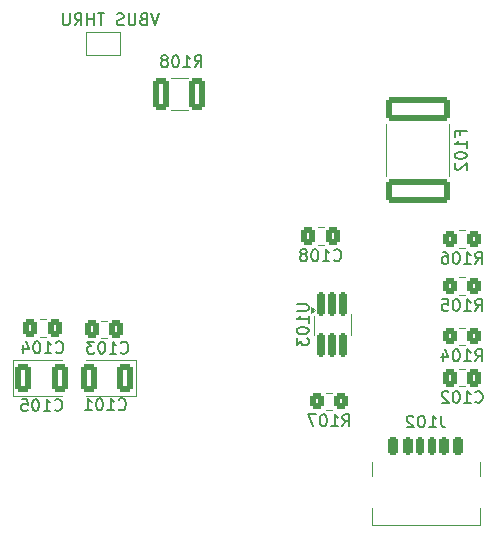
<source format=gbr>
%TF.GenerationSoftware,KiCad,Pcbnew,8.0.8*%
%TF.CreationDate,2025-08-11T02:01:29+09:00*%
%TF.ProjectId,20250811-7seg-led-panel-power,32303235-3038-4313-912d-377365672d6c,rev?*%
%TF.SameCoordinates,Original*%
%TF.FileFunction,Legend,Bot*%
%TF.FilePolarity,Positive*%
%FSLAX46Y46*%
G04 Gerber Fmt 4.6, Leading zero omitted, Abs format (unit mm)*
G04 Created by KiCad (PCBNEW 8.0.8) date 2025-08-11 02:01:29*
%MOMM*%
%LPD*%
G01*
G04 APERTURE LIST*
G04 Aperture macros list*
%AMRoundRect*
0 Rectangle with rounded corners*
0 $1 Rounding radius*
0 $2 $3 $4 $5 $6 $7 $8 $9 X,Y pos of 4 corners*
0 Add a 4 corners polygon primitive as box body*
4,1,4,$2,$3,$4,$5,$6,$7,$8,$9,$2,$3,0*
0 Add four circle primitives for the rounded corners*
1,1,$1+$1,$2,$3*
1,1,$1+$1,$4,$5*
1,1,$1+$1,$6,$7*
1,1,$1+$1,$8,$9*
0 Add four rect primitives between the rounded corners*
20,1,$1+$1,$2,$3,$4,$5,0*
20,1,$1+$1,$4,$5,$6,$7,0*
20,1,$1+$1,$6,$7,$8,$9,0*
20,1,$1+$1,$8,$9,$2,$3,0*%
%AMFreePoly0*
4,1,6,1.000000,0.000000,0.500000,-0.750000,-0.500000,-0.750000,-0.500000,0.750000,0.500000,0.750000,1.000000,0.000000,1.000000,0.000000,$1*%
%AMFreePoly1*
4,1,6,0.500000,-0.750000,-0.650000,-0.750000,-0.150000,0.000000,-0.650000,0.750000,0.500000,0.750000,0.500000,-0.750000,0.500000,-0.750000,$1*%
G04 Aperture macros list end*
%ADD10C,0.150000*%
%ADD11C,0.120000*%
%ADD12O,1.000000X1.700000*%
%ADD13RoundRect,0.225000X0.225000X0.575000X-0.225000X0.575000X-0.225000X-0.575000X0.225000X-0.575000X0*%
%ADD14RoundRect,0.200000X0.200000X0.600000X-0.200000X0.600000X-0.200000X-0.600000X0.200000X-0.600000X0*%
%ADD15RoundRect,0.175000X0.175000X0.625000X-0.175000X0.625000X-0.175000X-0.625000X0.175000X-0.625000X0*%
%ADD16RoundRect,0.162500X-0.162500X0.837500X-0.162500X-0.837500X0.162500X-0.837500X0.162500X0.837500X0*%
%ADD17RoundRect,0.250000X0.400000X1.075000X-0.400000X1.075000X-0.400000X-1.075000X0.400000X-1.075000X0*%
%ADD18RoundRect,0.250000X-0.350000X-0.450000X0.350000X-0.450000X0.350000X0.450000X-0.350000X0.450000X0*%
%ADD19RoundRect,0.250001X2.474999X-0.799999X2.474999X0.799999X-2.474999X0.799999X-2.474999X-0.799999X0*%
%ADD20RoundRect,0.250000X-0.337500X-0.475000X0.337500X-0.475000X0.337500X0.475000X-0.337500X0.475000X0*%
%ADD21R,1.905000X2.000000*%
%ADD22O,1.905000X2.000000*%
%ADD23C,5.600000*%
%ADD24C,3.200000*%
%ADD25RoundRect,0.250000X0.337500X0.475000X-0.337500X0.475000X-0.337500X-0.475000X0.337500X-0.475000X0*%
%ADD26FreePoly0,180.000000*%
%ADD27FreePoly1,180.000000*%
%ADD28RoundRect,0.250000X-0.412500X-0.925000X0.412500X-0.925000X0.412500X0.925000X-0.412500X0.925000X0*%
%ADD29RoundRect,0.250000X0.412500X0.925000X-0.412500X0.925000X-0.412500X-0.925000X0.412500X-0.925000X0*%
G04 APERTURE END LIST*
D10*
X145265714Y-91104819D02*
X145265714Y-91819104D01*
X145265714Y-91819104D02*
X145313333Y-91961961D01*
X145313333Y-91961961D02*
X145408571Y-92057200D01*
X145408571Y-92057200D02*
X145551428Y-92104819D01*
X145551428Y-92104819D02*
X145646666Y-92104819D01*
X144265714Y-92104819D02*
X144837142Y-92104819D01*
X144551428Y-92104819D02*
X144551428Y-91104819D01*
X144551428Y-91104819D02*
X144646666Y-91247676D01*
X144646666Y-91247676D02*
X144741904Y-91342914D01*
X144741904Y-91342914D02*
X144837142Y-91390533D01*
X143646666Y-91104819D02*
X143551428Y-91104819D01*
X143551428Y-91104819D02*
X143456190Y-91152438D01*
X143456190Y-91152438D02*
X143408571Y-91200057D01*
X143408571Y-91200057D02*
X143360952Y-91295295D01*
X143360952Y-91295295D02*
X143313333Y-91485771D01*
X143313333Y-91485771D02*
X143313333Y-91723866D01*
X143313333Y-91723866D02*
X143360952Y-91914342D01*
X143360952Y-91914342D02*
X143408571Y-92009580D01*
X143408571Y-92009580D02*
X143456190Y-92057200D01*
X143456190Y-92057200D02*
X143551428Y-92104819D01*
X143551428Y-92104819D02*
X143646666Y-92104819D01*
X143646666Y-92104819D02*
X143741904Y-92057200D01*
X143741904Y-92057200D02*
X143789523Y-92009580D01*
X143789523Y-92009580D02*
X143837142Y-91914342D01*
X143837142Y-91914342D02*
X143884761Y-91723866D01*
X143884761Y-91723866D02*
X143884761Y-91485771D01*
X143884761Y-91485771D02*
X143837142Y-91295295D01*
X143837142Y-91295295D02*
X143789523Y-91200057D01*
X143789523Y-91200057D02*
X143741904Y-91152438D01*
X143741904Y-91152438D02*
X143646666Y-91104819D01*
X142932380Y-91200057D02*
X142884761Y-91152438D01*
X142884761Y-91152438D02*
X142789523Y-91104819D01*
X142789523Y-91104819D02*
X142551428Y-91104819D01*
X142551428Y-91104819D02*
X142456190Y-91152438D01*
X142456190Y-91152438D02*
X142408571Y-91200057D01*
X142408571Y-91200057D02*
X142360952Y-91295295D01*
X142360952Y-91295295D02*
X142360952Y-91390533D01*
X142360952Y-91390533D02*
X142408571Y-91533390D01*
X142408571Y-91533390D02*
X142979999Y-92104819D01*
X142979999Y-92104819D02*
X142360952Y-92104819D01*
X133054819Y-81685714D02*
X133864342Y-81685714D01*
X133864342Y-81685714D02*
X133959580Y-81733333D01*
X133959580Y-81733333D02*
X134007200Y-81780952D01*
X134007200Y-81780952D02*
X134054819Y-81876190D01*
X134054819Y-81876190D02*
X134054819Y-82066666D01*
X134054819Y-82066666D02*
X134007200Y-82161904D01*
X134007200Y-82161904D02*
X133959580Y-82209523D01*
X133959580Y-82209523D02*
X133864342Y-82257142D01*
X133864342Y-82257142D02*
X133054819Y-82257142D01*
X134054819Y-83257142D02*
X134054819Y-82685714D01*
X134054819Y-82971428D02*
X133054819Y-82971428D01*
X133054819Y-82971428D02*
X133197676Y-82876190D01*
X133197676Y-82876190D02*
X133292914Y-82780952D01*
X133292914Y-82780952D02*
X133340533Y-82685714D01*
X133054819Y-83876190D02*
X133054819Y-83971428D01*
X133054819Y-83971428D02*
X133102438Y-84066666D01*
X133102438Y-84066666D02*
X133150057Y-84114285D01*
X133150057Y-84114285D02*
X133245295Y-84161904D01*
X133245295Y-84161904D02*
X133435771Y-84209523D01*
X133435771Y-84209523D02*
X133673866Y-84209523D01*
X133673866Y-84209523D02*
X133864342Y-84161904D01*
X133864342Y-84161904D02*
X133959580Y-84114285D01*
X133959580Y-84114285D02*
X134007200Y-84066666D01*
X134007200Y-84066666D02*
X134054819Y-83971428D01*
X134054819Y-83971428D02*
X134054819Y-83876190D01*
X134054819Y-83876190D02*
X134007200Y-83780952D01*
X134007200Y-83780952D02*
X133959580Y-83733333D01*
X133959580Y-83733333D02*
X133864342Y-83685714D01*
X133864342Y-83685714D02*
X133673866Y-83638095D01*
X133673866Y-83638095D02*
X133435771Y-83638095D01*
X133435771Y-83638095D02*
X133245295Y-83685714D01*
X133245295Y-83685714D02*
X133150057Y-83733333D01*
X133150057Y-83733333D02*
X133102438Y-83780952D01*
X133102438Y-83780952D02*
X133054819Y-83876190D01*
X133054819Y-84542857D02*
X133054819Y-85161904D01*
X133054819Y-85161904D02*
X133435771Y-84828571D01*
X133435771Y-84828571D02*
X133435771Y-84971428D01*
X133435771Y-84971428D02*
X133483390Y-85066666D01*
X133483390Y-85066666D02*
X133531009Y-85114285D01*
X133531009Y-85114285D02*
X133626247Y-85161904D01*
X133626247Y-85161904D02*
X133864342Y-85161904D01*
X133864342Y-85161904D02*
X133959580Y-85114285D01*
X133959580Y-85114285D02*
X134007200Y-85066666D01*
X134007200Y-85066666D02*
X134054819Y-84971428D01*
X134054819Y-84971428D02*
X134054819Y-84685714D01*
X134054819Y-84685714D02*
X134007200Y-84590476D01*
X134007200Y-84590476D02*
X133959580Y-84542857D01*
X124419047Y-61604819D02*
X124752380Y-61128628D01*
X124990475Y-61604819D02*
X124990475Y-60604819D01*
X124990475Y-60604819D02*
X124609523Y-60604819D01*
X124609523Y-60604819D02*
X124514285Y-60652438D01*
X124514285Y-60652438D02*
X124466666Y-60700057D01*
X124466666Y-60700057D02*
X124419047Y-60795295D01*
X124419047Y-60795295D02*
X124419047Y-60938152D01*
X124419047Y-60938152D02*
X124466666Y-61033390D01*
X124466666Y-61033390D02*
X124514285Y-61081009D01*
X124514285Y-61081009D02*
X124609523Y-61128628D01*
X124609523Y-61128628D02*
X124990475Y-61128628D01*
X123466666Y-61604819D02*
X124038094Y-61604819D01*
X123752380Y-61604819D02*
X123752380Y-60604819D01*
X123752380Y-60604819D02*
X123847618Y-60747676D01*
X123847618Y-60747676D02*
X123942856Y-60842914D01*
X123942856Y-60842914D02*
X124038094Y-60890533D01*
X122847618Y-60604819D02*
X122752380Y-60604819D01*
X122752380Y-60604819D02*
X122657142Y-60652438D01*
X122657142Y-60652438D02*
X122609523Y-60700057D01*
X122609523Y-60700057D02*
X122561904Y-60795295D01*
X122561904Y-60795295D02*
X122514285Y-60985771D01*
X122514285Y-60985771D02*
X122514285Y-61223866D01*
X122514285Y-61223866D02*
X122561904Y-61414342D01*
X122561904Y-61414342D02*
X122609523Y-61509580D01*
X122609523Y-61509580D02*
X122657142Y-61557200D01*
X122657142Y-61557200D02*
X122752380Y-61604819D01*
X122752380Y-61604819D02*
X122847618Y-61604819D01*
X122847618Y-61604819D02*
X122942856Y-61557200D01*
X122942856Y-61557200D02*
X122990475Y-61509580D01*
X122990475Y-61509580D02*
X123038094Y-61414342D01*
X123038094Y-61414342D02*
X123085713Y-61223866D01*
X123085713Y-61223866D02*
X123085713Y-60985771D01*
X123085713Y-60985771D02*
X123038094Y-60795295D01*
X123038094Y-60795295D02*
X122990475Y-60700057D01*
X122990475Y-60700057D02*
X122942856Y-60652438D01*
X122942856Y-60652438D02*
X122847618Y-60604819D01*
X121942856Y-61033390D02*
X122038094Y-60985771D01*
X122038094Y-60985771D02*
X122085713Y-60938152D01*
X122085713Y-60938152D02*
X122133332Y-60842914D01*
X122133332Y-60842914D02*
X122133332Y-60795295D01*
X122133332Y-60795295D02*
X122085713Y-60700057D01*
X122085713Y-60700057D02*
X122038094Y-60652438D01*
X122038094Y-60652438D02*
X121942856Y-60604819D01*
X121942856Y-60604819D02*
X121752380Y-60604819D01*
X121752380Y-60604819D02*
X121657142Y-60652438D01*
X121657142Y-60652438D02*
X121609523Y-60700057D01*
X121609523Y-60700057D02*
X121561904Y-60795295D01*
X121561904Y-60795295D02*
X121561904Y-60842914D01*
X121561904Y-60842914D02*
X121609523Y-60938152D01*
X121609523Y-60938152D02*
X121657142Y-60985771D01*
X121657142Y-60985771D02*
X121752380Y-61033390D01*
X121752380Y-61033390D02*
X121942856Y-61033390D01*
X121942856Y-61033390D02*
X122038094Y-61081009D01*
X122038094Y-61081009D02*
X122085713Y-61128628D01*
X122085713Y-61128628D02*
X122133332Y-61223866D01*
X122133332Y-61223866D02*
X122133332Y-61414342D01*
X122133332Y-61414342D02*
X122085713Y-61509580D01*
X122085713Y-61509580D02*
X122038094Y-61557200D01*
X122038094Y-61557200D02*
X121942856Y-61604819D01*
X121942856Y-61604819D02*
X121752380Y-61604819D01*
X121752380Y-61604819D02*
X121657142Y-61557200D01*
X121657142Y-61557200D02*
X121609523Y-61509580D01*
X121609523Y-61509580D02*
X121561904Y-61414342D01*
X121561904Y-61414342D02*
X121561904Y-61223866D01*
X121561904Y-61223866D02*
X121609523Y-61128628D01*
X121609523Y-61128628D02*
X121657142Y-61081009D01*
X121657142Y-61081009D02*
X121752380Y-61033390D01*
X136919047Y-92004819D02*
X137252380Y-91528628D01*
X137490475Y-92004819D02*
X137490475Y-91004819D01*
X137490475Y-91004819D02*
X137109523Y-91004819D01*
X137109523Y-91004819D02*
X137014285Y-91052438D01*
X137014285Y-91052438D02*
X136966666Y-91100057D01*
X136966666Y-91100057D02*
X136919047Y-91195295D01*
X136919047Y-91195295D02*
X136919047Y-91338152D01*
X136919047Y-91338152D02*
X136966666Y-91433390D01*
X136966666Y-91433390D02*
X137014285Y-91481009D01*
X137014285Y-91481009D02*
X137109523Y-91528628D01*
X137109523Y-91528628D02*
X137490475Y-91528628D01*
X135966666Y-92004819D02*
X136538094Y-92004819D01*
X136252380Y-92004819D02*
X136252380Y-91004819D01*
X136252380Y-91004819D02*
X136347618Y-91147676D01*
X136347618Y-91147676D02*
X136442856Y-91242914D01*
X136442856Y-91242914D02*
X136538094Y-91290533D01*
X135347618Y-91004819D02*
X135252380Y-91004819D01*
X135252380Y-91004819D02*
X135157142Y-91052438D01*
X135157142Y-91052438D02*
X135109523Y-91100057D01*
X135109523Y-91100057D02*
X135061904Y-91195295D01*
X135061904Y-91195295D02*
X135014285Y-91385771D01*
X135014285Y-91385771D02*
X135014285Y-91623866D01*
X135014285Y-91623866D02*
X135061904Y-91814342D01*
X135061904Y-91814342D02*
X135109523Y-91909580D01*
X135109523Y-91909580D02*
X135157142Y-91957200D01*
X135157142Y-91957200D02*
X135252380Y-92004819D01*
X135252380Y-92004819D02*
X135347618Y-92004819D01*
X135347618Y-92004819D02*
X135442856Y-91957200D01*
X135442856Y-91957200D02*
X135490475Y-91909580D01*
X135490475Y-91909580D02*
X135538094Y-91814342D01*
X135538094Y-91814342D02*
X135585713Y-91623866D01*
X135585713Y-91623866D02*
X135585713Y-91385771D01*
X135585713Y-91385771D02*
X135538094Y-91195295D01*
X135538094Y-91195295D02*
X135490475Y-91100057D01*
X135490475Y-91100057D02*
X135442856Y-91052438D01*
X135442856Y-91052438D02*
X135347618Y-91004819D01*
X134680951Y-91004819D02*
X134014285Y-91004819D01*
X134014285Y-91004819D02*
X134442856Y-92004819D01*
X148169047Y-78254819D02*
X148502380Y-77778628D01*
X148740475Y-78254819D02*
X148740475Y-77254819D01*
X148740475Y-77254819D02*
X148359523Y-77254819D01*
X148359523Y-77254819D02*
X148264285Y-77302438D01*
X148264285Y-77302438D02*
X148216666Y-77350057D01*
X148216666Y-77350057D02*
X148169047Y-77445295D01*
X148169047Y-77445295D02*
X148169047Y-77588152D01*
X148169047Y-77588152D02*
X148216666Y-77683390D01*
X148216666Y-77683390D02*
X148264285Y-77731009D01*
X148264285Y-77731009D02*
X148359523Y-77778628D01*
X148359523Y-77778628D02*
X148740475Y-77778628D01*
X147216666Y-78254819D02*
X147788094Y-78254819D01*
X147502380Y-78254819D02*
X147502380Y-77254819D01*
X147502380Y-77254819D02*
X147597618Y-77397676D01*
X147597618Y-77397676D02*
X147692856Y-77492914D01*
X147692856Y-77492914D02*
X147788094Y-77540533D01*
X146597618Y-77254819D02*
X146502380Y-77254819D01*
X146502380Y-77254819D02*
X146407142Y-77302438D01*
X146407142Y-77302438D02*
X146359523Y-77350057D01*
X146359523Y-77350057D02*
X146311904Y-77445295D01*
X146311904Y-77445295D02*
X146264285Y-77635771D01*
X146264285Y-77635771D02*
X146264285Y-77873866D01*
X146264285Y-77873866D02*
X146311904Y-78064342D01*
X146311904Y-78064342D02*
X146359523Y-78159580D01*
X146359523Y-78159580D02*
X146407142Y-78207200D01*
X146407142Y-78207200D02*
X146502380Y-78254819D01*
X146502380Y-78254819D02*
X146597618Y-78254819D01*
X146597618Y-78254819D02*
X146692856Y-78207200D01*
X146692856Y-78207200D02*
X146740475Y-78159580D01*
X146740475Y-78159580D02*
X146788094Y-78064342D01*
X146788094Y-78064342D02*
X146835713Y-77873866D01*
X146835713Y-77873866D02*
X146835713Y-77635771D01*
X146835713Y-77635771D02*
X146788094Y-77445295D01*
X146788094Y-77445295D02*
X146740475Y-77350057D01*
X146740475Y-77350057D02*
X146692856Y-77302438D01*
X146692856Y-77302438D02*
X146597618Y-77254819D01*
X145407142Y-77254819D02*
X145597618Y-77254819D01*
X145597618Y-77254819D02*
X145692856Y-77302438D01*
X145692856Y-77302438D02*
X145740475Y-77350057D01*
X145740475Y-77350057D02*
X145835713Y-77492914D01*
X145835713Y-77492914D02*
X145883332Y-77683390D01*
X145883332Y-77683390D02*
X145883332Y-78064342D01*
X145883332Y-78064342D02*
X145835713Y-78159580D01*
X145835713Y-78159580D02*
X145788094Y-78207200D01*
X145788094Y-78207200D02*
X145692856Y-78254819D01*
X145692856Y-78254819D02*
X145502380Y-78254819D01*
X145502380Y-78254819D02*
X145407142Y-78207200D01*
X145407142Y-78207200D02*
X145359523Y-78159580D01*
X145359523Y-78159580D02*
X145311904Y-78064342D01*
X145311904Y-78064342D02*
X145311904Y-77826247D01*
X145311904Y-77826247D02*
X145359523Y-77731009D01*
X145359523Y-77731009D02*
X145407142Y-77683390D01*
X145407142Y-77683390D02*
X145502380Y-77635771D01*
X145502380Y-77635771D02*
X145692856Y-77635771D01*
X145692856Y-77635771D02*
X145788094Y-77683390D01*
X145788094Y-77683390D02*
X145835713Y-77731009D01*
X145835713Y-77731009D02*
X145883332Y-77826247D01*
X148169047Y-82254819D02*
X148502380Y-81778628D01*
X148740475Y-82254819D02*
X148740475Y-81254819D01*
X148740475Y-81254819D02*
X148359523Y-81254819D01*
X148359523Y-81254819D02*
X148264285Y-81302438D01*
X148264285Y-81302438D02*
X148216666Y-81350057D01*
X148216666Y-81350057D02*
X148169047Y-81445295D01*
X148169047Y-81445295D02*
X148169047Y-81588152D01*
X148169047Y-81588152D02*
X148216666Y-81683390D01*
X148216666Y-81683390D02*
X148264285Y-81731009D01*
X148264285Y-81731009D02*
X148359523Y-81778628D01*
X148359523Y-81778628D02*
X148740475Y-81778628D01*
X147216666Y-82254819D02*
X147788094Y-82254819D01*
X147502380Y-82254819D02*
X147502380Y-81254819D01*
X147502380Y-81254819D02*
X147597618Y-81397676D01*
X147597618Y-81397676D02*
X147692856Y-81492914D01*
X147692856Y-81492914D02*
X147788094Y-81540533D01*
X146597618Y-81254819D02*
X146502380Y-81254819D01*
X146502380Y-81254819D02*
X146407142Y-81302438D01*
X146407142Y-81302438D02*
X146359523Y-81350057D01*
X146359523Y-81350057D02*
X146311904Y-81445295D01*
X146311904Y-81445295D02*
X146264285Y-81635771D01*
X146264285Y-81635771D02*
X146264285Y-81873866D01*
X146264285Y-81873866D02*
X146311904Y-82064342D01*
X146311904Y-82064342D02*
X146359523Y-82159580D01*
X146359523Y-82159580D02*
X146407142Y-82207200D01*
X146407142Y-82207200D02*
X146502380Y-82254819D01*
X146502380Y-82254819D02*
X146597618Y-82254819D01*
X146597618Y-82254819D02*
X146692856Y-82207200D01*
X146692856Y-82207200D02*
X146740475Y-82159580D01*
X146740475Y-82159580D02*
X146788094Y-82064342D01*
X146788094Y-82064342D02*
X146835713Y-81873866D01*
X146835713Y-81873866D02*
X146835713Y-81635771D01*
X146835713Y-81635771D02*
X146788094Y-81445295D01*
X146788094Y-81445295D02*
X146740475Y-81350057D01*
X146740475Y-81350057D02*
X146692856Y-81302438D01*
X146692856Y-81302438D02*
X146597618Y-81254819D01*
X145359523Y-81254819D02*
X145835713Y-81254819D01*
X145835713Y-81254819D02*
X145883332Y-81731009D01*
X145883332Y-81731009D02*
X145835713Y-81683390D01*
X145835713Y-81683390D02*
X145740475Y-81635771D01*
X145740475Y-81635771D02*
X145502380Y-81635771D01*
X145502380Y-81635771D02*
X145407142Y-81683390D01*
X145407142Y-81683390D02*
X145359523Y-81731009D01*
X145359523Y-81731009D02*
X145311904Y-81826247D01*
X145311904Y-81826247D02*
X145311904Y-82064342D01*
X145311904Y-82064342D02*
X145359523Y-82159580D01*
X145359523Y-82159580D02*
X145407142Y-82207200D01*
X145407142Y-82207200D02*
X145502380Y-82254819D01*
X145502380Y-82254819D02*
X145740475Y-82254819D01*
X145740475Y-82254819D02*
X145835713Y-82207200D01*
X145835713Y-82207200D02*
X145883332Y-82159580D01*
X148169047Y-86504819D02*
X148502380Y-86028628D01*
X148740475Y-86504819D02*
X148740475Y-85504819D01*
X148740475Y-85504819D02*
X148359523Y-85504819D01*
X148359523Y-85504819D02*
X148264285Y-85552438D01*
X148264285Y-85552438D02*
X148216666Y-85600057D01*
X148216666Y-85600057D02*
X148169047Y-85695295D01*
X148169047Y-85695295D02*
X148169047Y-85838152D01*
X148169047Y-85838152D02*
X148216666Y-85933390D01*
X148216666Y-85933390D02*
X148264285Y-85981009D01*
X148264285Y-85981009D02*
X148359523Y-86028628D01*
X148359523Y-86028628D02*
X148740475Y-86028628D01*
X147216666Y-86504819D02*
X147788094Y-86504819D01*
X147502380Y-86504819D02*
X147502380Y-85504819D01*
X147502380Y-85504819D02*
X147597618Y-85647676D01*
X147597618Y-85647676D02*
X147692856Y-85742914D01*
X147692856Y-85742914D02*
X147788094Y-85790533D01*
X146597618Y-85504819D02*
X146502380Y-85504819D01*
X146502380Y-85504819D02*
X146407142Y-85552438D01*
X146407142Y-85552438D02*
X146359523Y-85600057D01*
X146359523Y-85600057D02*
X146311904Y-85695295D01*
X146311904Y-85695295D02*
X146264285Y-85885771D01*
X146264285Y-85885771D02*
X146264285Y-86123866D01*
X146264285Y-86123866D02*
X146311904Y-86314342D01*
X146311904Y-86314342D02*
X146359523Y-86409580D01*
X146359523Y-86409580D02*
X146407142Y-86457200D01*
X146407142Y-86457200D02*
X146502380Y-86504819D01*
X146502380Y-86504819D02*
X146597618Y-86504819D01*
X146597618Y-86504819D02*
X146692856Y-86457200D01*
X146692856Y-86457200D02*
X146740475Y-86409580D01*
X146740475Y-86409580D02*
X146788094Y-86314342D01*
X146788094Y-86314342D02*
X146835713Y-86123866D01*
X146835713Y-86123866D02*
X146835713Y-85885771D01*
X146835713Y-85885771D02*
X146788094Y-85695295D01*
X146788094Y-85695295D02*
X146740475Y-85600057D01*
X146740475Y-85600057D02*
X146692856Y-85552438D01*
X146692856Y-85552438D02*
X146597618Y-85504819D01*
X145407142Y-85838152D02*
X145407142Y-86504819D01*
X145645237Y-85457200D02*
X145883332Y-86171485D01*
X145883332Y-86171485D02*
X145264285Y-86171485D01*
X146911009Y-67364285D02*
X146911009Y-67030952D01*
X147434819Y-67030952D02*
X146434819Y-67030952D01*
X146434819Y-67030952D02*
X146434819Y-67507142D01*
X147434819Y-68411904D02*
X147434819Y-67840476D01*
X147434819Y-68126190D02*
X146434819Y-68126190D01*
X146434819Y-68126190D02*
X146577676Y-68030952D01*
X146577676Y-68030952D02*
X146672914Y-67935714D01*
X146672914Y-67935714D02*
X146720533Y-67840476D01*
X146434819Y-69030952D02*
X146434819Y-69126190D01*
X146434819Y-69126190D02*
X146482438Y-69221428D01*
X146482438Y-69221428D02*
X146530057Y-69269047D01*
X146530057Y-69269047D02*
X146625295Y-69316666D01*
X146625295Y-69316666D02*
X146815771Y-69364285D01*
X146815771Y-69364285D02*
X147053866Y-69364285D01*
X147053866Y-69364285D02*
X147244342Y-69316666D01*
X147244342Y-69316666D02*
X147339580Y-69269047D01*
X147339580Y-69269047D02*
X147387200Y-69221428D01*
X147387200Y-69221428D02*
X147434819Y-69126190D01*
X147434819Y-69126190D02*
X147434819Y-69030952D01*
X147434819Y-69030952D02*
X147387200Y-68935714D01*
X147387200Y-68935714D02*
X147339580Y-68888095D01*
X147339580Y-68888095D02*
X147244342Y-68840476D01*
X147244342Y-68840476D02*
X147053866Y-68792857D01*
X147053866Y-68792857D02*
X146815771Y-68792857D01*
X146815771Y-68792857D02*
X146625295Y-68840476D01*
X146625295Y-68840476D02*
X146530057Y-68888095D01*
X146530057Y-68888095D02*
X146482438Y-68935714D01*
X146482438Y-68935714D02*
X146434819Y-69030952D01*
X146530057Y-69745238D02*
X146482438Y-69792857D01*
X146482438Y-69792857D02*
X146434819Y-69888095D01*
X146434819Y-69888095D02*
X146434819Y-70126190D01*
X146434819Y-70126190D02*
X146482438Y-70221428D01*
X146482438Y-70221428D02*
X146530057Y-70269047D01*
X146530057Y-70269047D02*
X146625295Y-70316666D01*
X146625295Y-70316666D02*
X146720533Y-70316666D01*
X146720533Y-70316666D02*
X146863390Y-70269047D01*
X146863390Y-70269047D02*
X147434819Y-69697619D01*
X147434819Y-69697619D02*
X147434819Y-70316666D01*
X136206547Y-77939580D02*
X136254166Y-77987200D01*
X136254166Y-77987200D02*
X136397023Y-78034819D01*
X136397023Y-78034819D02*
X136492261Y-78034819D01*
X136492261Y-78034819D02*
X136635118Y-77987200D01*
X136635118Y-77987200D02*
X136730356Y-77891961D01*
X136730356Y-77891961D02*
X136777975Y-77796723D01*
X136777975Y-77796723D02*
X136825594Y-77606247D01*
X136825594Y-77606247D02*
X136825594Y-77463390D01*
X136825594Y-77463390D02*
X136777975Y-77272914D01*
X136777975Y-77272914D02*
X136730356Y-77177676D01*
X136730356Y-77177676D02*
X136635118Y-77082438D01*
X136635118Y-77082438D02*
X136492261Y-77034819D01*
X136492261Y-77034819D02*
X136397023Y-77034819D01*
X136397023Y-77034819D02*
X136254166Y-77082438D01*
X136254166Y-77082438D02*
X136206547Y-77130057D01*
X135254166Y-78034819D02*
X135825594Y-78034819D01*
X135539880Y-78034819D02*
X135539880Y-77034819D01*
X135539880Y-77034819D02*
X135635118Y-77177676D01*
X135635118Y-77177676D02*
X135730356Y-77272914D01*
X135730356Y-77272914D02*
X135825594Y-77320533D01*
X134635118Y-77034819D02*
X134539880Y-77034819D01*
X134539880Y-77034819D02*
X134444642Y-77082438D01*
X134444642Y-77082438D02*
X134397023Y-77130057D01*
X134397023Y-77130057D02*
X134349404Y-77225295D01*
X134349404Y-77225295D02*
X134301785Y-77415771D01*
X134301785Y-77415771D02*
X134301785Y-77653866D01*
X134301785Y-77653866D02*
X134349404Y-77844342D01*
X134349404Y-77844342D02*
X134397023Y-77939580D01*
X134397023Y-77939580D02*
X134444642Y-77987200D01*
X134444642Y-77987200D02*
X134539880Y-78034819D01*
X134539880Y-78034819D02*
X134635118Y-78034819D01*
X134635118Y-78034819D02*
X134730356Y-77987200D01*
X134730356Y-77987200D02*
X134777975Y-77939580D01*
X134777975Y-77939580D02*
X134825594Y-77844342D01*
X134825594Y-77844342D02*
X134873213Y-77653866D01*
X134873213Y-77653866D02*
X134873213Y-77415771D01*
X134873213Y-77415771D02*
X134825594Y-77225295D01*
X134825594Y-77225295D02*
X134777975Y-77130057D01*
X134777975Y-77130057D02*
X134730356Y-77082438D01*
X134730356Y-77082438D02*
X134635118Y-77034819D01*
X133730356Y-77463390D02*
X133825594Y-77415771D01*
X133825594Y-77415771D02*
X133873213Y-77368152D01*
X133873213Y-77368152D02*
X133920832Y-77272914D01*
X133920832Y-77272914D02*
X133920832Y-77225295D01*
X133920832Y-77225295D02*
X133873213Y-77130057D01*
X133873213Y-77130057D02*
X133825594Y-77082438D01*
X133825594Y-77082438D02*
X133730356Y-77034819D01*
X133730356Y-77034819D02*
X133539880Y-77034819D01*
X133539880Y-77034819D02*
X133444642Y-77082438D01*
X133444642Y-77082438D02*
X133397023Y-77130057D01*
X133397023Y-77130057D02*
X133349404Y-77225295D01*
X133349404Y-77225295D02*
X133349404Y-77272914D01*
X133349404Y-77272914D02*
X133397023Y-77368152D01*
X133397023Y-77368152D02*
X133444642Y-77415771D01*
X133444642Y-77415771D02*
X133539880Y-77463390D01*
X133539880Y-77463390D02*
X133730356Y-77463390D01*
X133730356Y-77463390D02*
X133825594Y-77511009D01*
X133825594Y-77511009D02*
X133873213Y-77558628D01*
X133873213Y-77558628D02*
X133920832Y-77653866D01*
X133920832Y-77653866D02*
X133920832Y-77844342D01*
X133920832Y-77844342D02*
X133873213Y-77939580D01*
X133873213Y-77939580D02*
X133825594Y-77987200D01*
X133825594Y-77987200D02*
X133730356Y-78034819D01*
X133730356Y-78034819D02*
X133539880Y-78034819D01*
X133539880Y-78034819D02*
X133444642Y-77987200D01*
X133444642Y-77987200D02*
X133397023Y-77939580D01*
X133397023Y-77939580D02*
X133349404Y-77844342D01*
X133349404Y-77844342D02*
X133349404Y-77653866D01*
X133349404Y-77653866D02*
X133397023Y-77558628D01*
X133397023Y-77558628D02*
X133444642Y-77511009D01*
X133444642Y-77511009D02*
X133539880Y-77463390D01*
X148169047Y-89939580D02*
X148216666Y-89987200D01*
X148216666Y-89987200D02*
X148359523Y-90034819D01*
X148359523Y-90034819D02*
X148454761Y-90034819D01*
X148454761Y-90034819D02*
X148597618Y-89987200D01*
X148597618Y-89987200D02*
X148692856Y-89891961D01*
X148692856Y-89891961D02*
X148740475Y-89796723D01*
X148740475Y-89796723D02*
X148788094Y-89606247D01*
X148788094Y-89606247D02*
X148788094Y-89463390D01*
X148788094Y-89463390D02*
X148740475Y-89272914D01*
X148740475Y-89272914D02*
X148692856Y-89177676D01*
X148692856Y-89177676D02*
X148597618Y-89082438D01*
X148597618Y-89082438D02*
X148454761Y-89034819D01*
X148454761Y-89034819D02*
X148359523Y-89034819D01*
X148359523Y-89034819D02*
X148216666Y-89082438D01*
X148216666Y-89082438D02*
X148169047Y-89130057D01*
X147216666Y-90034819D02*
X147788094Y-90034819D01*
X147502380Y-90034819D02*
X147502380Y-89034819D01*
X147502380Y-89034819D02*
X147597618Y-89177676D01*
X147597618Y-89177676D02*
X147692856Y-89272914D01*
X147692856Y-89272914D02*
X147788094Y-89320533D01*
X146597618Y-89034819D02*
X146502380Y-89034819D01*
X146502380Y-89034819D02*
X146407142Y-89082438D01*
X146407142Y-89082438D02*
X146359523Y-89130057D01*
X146359523Y-89130057D02*
X146311904Y-89225295D01*
X146311904Y-89225295D02*
X146264285Y-89415771D01*
X146264285Y-89415771D02*
X146264285Y-89653866D01*
X146264285Y-89653866D02*
X146311904Y-89844342D01*
X146311904Y-89844342D02*
X146359523Y-89939580D01*
X146359523Y-89939580D02*
X146407142Y-89987200D01*
X146407142Y-89987200D02*
X146502380Y-90034819D01*
X146502380Y-90034819D02*
X146597618Y-90034819D01*
X146597618Y-90034819D02*
X146692856Y-89987200D01*
X146692856Y-89987200D02*
X146740475Y-89939580D01*
X146740475Y-89939580D02*
X146788094Y-89844342D01*
X146788094Y-89844342D02*
X146835713Y-89653866D01*
X146835713Y-89653866D02*
X146835713Y-89415771D01*
X146835713Y-89415771D02*
X146788094Y-89225295D01*
X146788094Y-89225295D02*
X146740475Y-89130057D01*
X146740475Y-89130057D02*
X146692856Y-89082438D01*
X146692856Y-89082438D02*
X146597618Y-89034819D01*
X145883332Y-89130057D02*
X145835713Y-89082438D01*
X145835713Y-89082438D02*
X145740475Y-89034819D01*
X145740475Y-89034819D02*
X145502380Y-89034819D01*
X145502380Y-89034819D02*
X145407142Y-89082438D01*
X145407142Y-89082438D02*
X145359523Y-89130057D01*
X145359523Y-89130057D02*
X145311904Y-89225295D01*
X145311904Y-89225295D02*
X145311904Y-89320533D01*
X145311904Y-89320533D02*
X145359523Y-89463390D01*
X145359523Y-89463390D02*
X145930951Y-90034819D01*
X145930951Y-90034819D02*
X145311904Y-90034819D01*
X118169047Y-85759580D02*
X118216666Y-85807200D01*
X118216666Y-85807200D02*
X118359523Y-85854819D01*
X118359523Y-85854819D02*
X118454761Y-85854819D01*
X118454761Y-85854819D02*
X118597618Y-85807200D01*
X118597618Y-85807200D02*
X118692856Y-85711961D01*
X118692856Y-85711961D02*
X118740475Y-85616723D01*
X118740475Y-85616723D02*
X118788094Y-85426247D01*
X118788094Y-85426247D02*
X118788094Y-85283390D01*
X118788094Y-85283390D02*
X118740475Y-85092914D01*
X118740475Y-85092914D02*
X118692856Y-84997676D01*
X118692856Y-84997676D02*
X118597618Y-84902438D01*
X118597618Y-84902438D02*
X118454761Y-84854819D01*
X118454761Y-84854819D02*
X118359523Y-84854819D01*
X118359523Y-84854819D02*
X118216666Y-84902438D01*
X118216666Y-84902438D02*
X118169047Y-84950057D01*
X117216666Y-85854819D02*
X117788094Y-85854819D01*
X117502380Y-85854819D02*
X117502380Y-84854819D01*
X117502380Y-84854819D02*
X117597618Y-84997676D01*
X117597618Y-84997676D02*
X117692856Y-85092914D01*
X117692856Y-85092914D02*
X117788094Y-85140533D01*
X116597618Y-84854819D02*
X116502380Y-84854819D01*
X116502380Y-84854819D02*
X116407142Y-84902438D01*
X116407142Y-84902438D02*
X116359523Y-84950057D01*
X116359523Y-84950057D02*
X116311904Y-85045295D01*
X116311904Y-85045295D02*
X116264285Y-85235771D01*
X116264285Y-85235771D02*
X116264285Y-85473866D01*
X116264285Y-85473866D02*
X116311904Y-85664342D01*
X116311904Y-85664342D02*
X116359523Y-85759580D01*
X116359523Y-85759580D02*
X116407142Y-85807200D01*
X116407142Y-85807200D02*
X116502380Y-85854819D01*
X116502380Y-85854819D02*
X116597618Y-85854819D01*
X116597618Y-85854819D02*
X116692856Y-85807200D01*
X116692856Y-85807200D02*
X116740475Y-85759580D01*
X116740475Y-85759580D02*
X116788094Y-85664342D01*
X116788094Y-85664342D02*
X116835713Y-85473866D01*
X116835713Y-85473866D02*
X116835713Y-85235771D01*
X116835713Y-85235771D02*
X116788094Y-85045295D01*
X116788094Y-85045295D02*
X116740475Y-84950057D01*
X116740475Y-84950057D02*
X116692856Y-84902438D01*
X116692856Y-84902438D02*
X116597618Y-84854819D01*
X115930951Y-84854819D02*
X115311904Y-84854819D01*
X115311904Y-84854819D02*
X115645237Y-85235771D01*
X115645237Y-85235771D02*
X115502380Y-85235771D01*
X115502380Y-85235771D02*
X115407142Y-85283390D01*
X115407142Y-85283390D02*
X115359523Y-85331009D01*
X115359523Y-85331009D02*
X115311904Y-85426247D01*
X115311904Y-85426247D02*
X115311904Y-85664342D01*
X115311904Y-85664342D02*
X115359523Y-85759580D01*
X115359523Y-85759580D02*
X115407142Y-85807200D01*
X115407142Y-85807200D02*
X115502380Y-85854819D01*
X115502380Y-85854819D02*
X115788094Y-85854819D01*
X115788094Y-85854819D02*
X115883332Y-85807200D01*
X115883332Y-85807200D02*
X115930951Y-85759580D01*
X112669047Y-85739580D02*
X112716666Y-85787200D01*
X112716666Y-85787200D02*
X112859523Y-85834819D01*
X112859523Y-85834819D02*
X112954761Y-85834819D01*
X112954761Y-85834819D02*
X113097618Y-85787200D01*
X113097618Y-85787200D02*
X113192856Y-85691961D01*
X113192856Y-85691961D02*
X113240475Y-85596723D01*
X113240475Y-85596723D02*
X113288094Y-85406247D01*
X113288094Y-85406247D02*
X113288094Y-85263390D01*
X113288094Y-85263390D02*
X113240475Y-85072914D01*
X113240475Y-85072914D02*
X113192856Y-84977676D01*
X113192856Y-84977676D02*
X113097618Y-84882438D01*
X113097618Y-84882438D02*
X112954761Y-84834819D01*
X112954761Y-84834819D02*
X112859523Y-84834819D01*
X112859523Y-84834819D02*
X112716666Y-84882438D01*
X112716666Y-84882438D02*
X112669047Y-84930057D01*
X111716666Y-85834819D02*
X112288094Y-85834819D01*
X112002380Y-85834819D02*
X112002380Y-84834819D01*
X112002380Y-84834819D02*
X112097618Y-84977676D01*
X112097618Y-84977676D02*
X112192856Y-85072914D01*
X112192856Y-85072914D02*
X112288094Y-85120533D01*
X111097618Y-84834819D02*
X111002380Y-84834819D01*
X111002380Y-84834819D02*
X110907142Y-84882438D01*
X110907142Y-84882438D02*
X110859523Y-84930057D01*
X110859523Y-84930057D02*
X110811904Y-85025295D01*
X110811904Y-85025295D02*
X110764285Y-85215771D01*
X110764285Y-85215771D02*
X110764285Y-85453866D01*
X110764285Y-85453866D02*
X110811904Y-85644342D01*
X110811904Y-85644342D02*
X110859523Y-85739580D01*
X110859523Y-85739580D02*
X110907142Y-85787200D01*
X110907142Y-85787200D02*
X111002380Y-85834819D01*
X111002380Y-85834819D02*
X111097618Y-85834819D01*
X111097618Y-85834819D02*
X111192856Y-85787200D01*
X111192856Y-85787200D02*
X111240475Y-85739580D01*
X111240475Y-85739580D02*
X111288094Y-85644342D01*
X111288094Y-85644342D02*
X111335713Y-85453866D01*
X111335713Y-85453866D02*
X111335713Y-85215771D01*
X111335713Y-85215771D02*
X111288094Y-85025295D01*
X111288094Y-85025295D02*
X111240475Y-84930057D01*
X111240475Y-84930057D02*
X111192856Y-84882438D01*
X111192856Y-84882438D02*
X111097618Y-84834819D01*
X109907142Y-85168152D02*
X109907142Y-85834819D01*
X110145237Y-84787200D02*
X110383332Y-85501485D01*
X110383332Y-85501485D02*
X109764285Y-85501485D01*
X121392856Y-57054819D02*
X121059523Y-58054819D01*
X121059523Y-58054819D02*
X120726190Y-57054819D01*
X120059523Y-57531009D02*
X119916666Y-57578628D01*
X119916666Y-57578628D02*
X119869047Y-57626247D01*
X119869047Y-57626247D02*
X119821428Y-57721485D01*
X119821428Y-57721485D02*
X119821428Y-57864342D01*
X119821428Y-57864342D02*
X119869047Y-57959580D01*
X119869047Y-57959580D02*
X119916666Y-58007200D01*
X119916666Y-58007200D02*
X120011904Y-58054819D01*
X120011904Y-58054819D02*
X120392856Y-58054819D01*
X120392856Y-58054819D02*
X120392856Y-57054819D01*
X120392856Y-57054819D02*
X120059523Y-57054819D01*
X120059523Y-57054819D02*
X119964285Y-57102438D01*
X119964285Y-57102438D02*
X119916666Y-57150057D01*
X119916666Y-57150057D02*
X119869047Y-57245295D01*
X119869047Y-57245295D02*
X119869047Y-57340533D01*
X119869047Y-57340533D02*
X119916666Y-57435771D01*
X119916666Y-57435771D02*
X119964285Y-57483390D01*
X119964285Y-57483390D02*
X120059523Y-57531009D01*
X120059523Y-57531009D02*
X120392856Y-57531009D01*
X119392856Y-57054819D02*
X119392856Y-57864342D01*
X119392856Y-57864342D02*
X119345237Y-57959580D01*
X119345237Y-57959580D02*
X119297618Y-58007200D01*
X119297618Y-58007200D02*
X119202380Y-58054819D01*
X119202380Y-58054819D02*
X119011904Y-58054819D01*
X119011904Y-58054819D02*
X118916666Y-58007200D01*
X118916666Y-58007200D02*
X118869047Y-57959580D01*
X118869047Y-57959580D02*
X118821428Y-57864342D01*
X118821428Y-57864342D02*
X118821428Y-57054819D01*
X118392856Y-58007200D02*
X118249999Y-58054819D01*
X118249999Y-58054819D02*
X118011904Y-58054819D01*
X118011904Y-58054819D02*
X117916666Y-58007200D01*
X117916666Y-58007200D02*
X117869047Y-57959580D01*
X117869047Y-57959580D02*
X117821428Y-57864342D01*
X117821428Y-57864342D02*
X117821428Y-57769104D01*
X117821428Y-57769104D02*
X117869047Y-57673866D01*
X117869047Y-57673866D02*
X117916666Y-57626247D01*
X117916666Y-57626247D02*
X118011904Y-57578628D01*
X118011904Y-57578628D02*
X118202380Y-57531009D01*
X118202380Y-57531009D02*
X118297618Y-57483390D01*
X118297618Y-57483390D02*
X118345237Y-57435771D01*
X118345237Y-57435771D02*
X118392856Y-57340533D01*
X118392856Y-57340533D02*
X118392856Y-57245295D01*
X118392856Y-57245295D02*
X118345237Y-57150057D01*
X118345237Y-57150057D02*
X118297618Y-57102438D01*
X118297618Y-57102438D02*
X118202380Y-57054819D01*
X118202380Y-57054819D02*
X117964285Y-57054819D01*
X117964285Y-57054819D02*
X117821428Y-57102438D01*
X116773808Y-57054819D02*
X116202380Y-57054819D01*
X116488094Y-58054819D02*
X116488094Y-57054819D01*
X115869046Y-58054819D02*
X115869046Y-57054819D01*
X115869046Y-57531009D02*
X115297618Y-57531009D01*
X115297618Y-58054819D02*
X115297618Y-57054819D01*
X114249999Y-58054819D02*
X114583332Y-57578628D01*
X114821427Y-58054819D02*
X114821427Y-57054819D01*
X114821427Y-57054819D02*
X114440475Y-57054819D01*
X114440475Y-57054819D02*
X114345237Y-57102438D01*
X114345237Y-57102438D02*
X114297618Y-57150057D01*
X114297618Y-57150057D02*
X114249999Y-57245295D01*
X114249999Y-57245295D02*
X114249999Y-57388152D01*
X114249999Y-57388152D02*
X114297618Y-57483390D01*
X114297618Y-57483390D02*
X114345237Y-57531009D01*
X114345237Y-57531009D02*
X114440475Y-57578628D01*
X114440475Y-57578628D02*
X114821427Y-57578628D01*
X113821427Y-57054819D02*
X113821427Y-57864342D01*
X113821427Y-57864342D02*
X113773808Y-57959580D01*
X113773808Y-57959580D02*
X113726189Y-58007200D01*
X113726189Y-58007200D02*
X113630951Y-58054819D01*
X113630951Y-58054819D02*
X113440475Y-58054819D01*
X113440475Y-58054819D02*
X113345237Y-58007200D01*
X113345237Y-58007200D02*
X113297618Y-57959580D01*
X113297618Y-57959580D02*
X113249999Y-57864342D01*
X113249999Y-57864342D02*
X113249999Y-57054819D01*
X112569047Y-90609580D02*
X112616666Y-90657200D01*
X112616666Y-90657200D02*
X112759523Y-90704819D01*
X112759523Y-90704819D02*
X112854761Y-90704819D01*
X112854761Y-90704819D02*
X112997618Y-90657200D01*
X112997618Y-90657200D02*
X113092856Y-90561961D01*
X113092856Y-90561961D02*
X113140475Y-90466723D01*
X113140475Y-90466723D02*
X113188094Y-90276247D01*
X113188094Y-90276247D02*
X113188094Y-90133390D01*
X113188094Y-90133390D02*
X113140475Y-89942914D01*
X113140475Y-89942914D02*
X113092856Y-89847676D01*
X113092856Y-89847676D02*
X112997618Y-89752438D01*
X112997618Y-89752438D02*
X112854761Y-89704819D01*
X112854761Y-89704819D02*
X112759523Y-89704819D01*
X112759523Y-89704819D02*
X112616666Y-89752438D01*
X112616666Y-89752438D02*
X112569047Y-89800057D01*
X111616666Y-90704819D02*
X112188094Y-90704819D01*
X111902380Y-90704819D02*
X111902380Y-89704819D01*
X111902380Y-89704819D02*
X111997618Y-89847676D01*
X111997618Y-89847676D02*
X112092856Y-89942914D01*
X112092856Y-89942914D02*
X112188094Y-89990533D01*
X110997618Y-89704819D02*
X110902380Y-89704819D01*
X110902380Y-89704819D02*
X110807142Y-89752438D01*
X110807142Y-89752438D02*
X110759523Y-89800057D01*
X110759523Y-89800057D02*
X110711904Y-89895295D01*
X110711904Y-89895295D02*
X110664285Y-90085771D01*
X110664285Y-90085771D02*
X110664285Y-90323866D01*
X110664285Y-90323866D02*
X110711904Y-90514342D01*
X110711904Y-90514342D02*
X110759523Y-90609580D01*
X110759523Y-90609580D02*
X110807142Y-90657200D01*
X110807142Y-90657200D02*
X110902380Y-90704819D01*
X110902380Y-90704819D02*
X110997618Y-90704819D01*
X110997618Y-90704819D02*
X111092856Y-90657200D01*
X111092856Y-90657200D02*
X111140475Y-90609580D01*
X111140475Y-90609580D02*
X111188094Y-90514342D01*
X111188094Y-90514342D02*
X111235713Y-90323866D01*
X111235713Y-90323866D02*
X111235713Y-90085771D01*
X111235713Y-90085771D02*
X111188094Y-89895295D01*
X111188094Y-89895295D02*
X111140475Y-89800057D01*
X111140475Y-89800057D02*
X111092856Y-89752438D01*
X111092856Y-89752438D02*
X110997618Y-89704819D01*
X109759523Y-89704819D02*
X110235713Y-89704819D01*
X110235713Y-89704819D02*
X110283332Y-90181009D01*
X110283332Y-90181009D02*
X110235713Y-90133390D01*
X110235713Y-90133390D02*
X110140475Y-90085771D01*
X110140475Y-90085771D02*
X109902380Y-90085771D01*
X109902380Y-90085771D02*
X109807142Y-90133390D01*
X109807142Y-90133390D02*
X109759523Y-90181009D01*
X109759523Y-90181009D02*
X109711904Y-90276247D01*
X109711904Y-90276247D02*
X109711904Y-90514342D01*
X109711904Y-90514342D02*
X109759523Y-90609580D01*
X109759523Y-90609580D02*
X109807142Y-90657200D01*
X109807142Y-90657200D02*
X109902380Y-90704819D01*
X109902380Y-90704819D02*
X110140475Y-90704819D01*
X110140475Y-90704819D02*
X110235713Y-90657200D01*
X110235713Y-90657200D02*
X110283332Y-90609580D01*
X117969047Y-90559580D02*
X118016666Y-90607200D01*
X118016666Y-90607200D02*
X118159523Y-90654819D01*
X118159523Y-90654819D02*
X118254761Y-90654819D01*
X118254761Y-90654819D02*
X118397618Y-90607200D01*
X118397618Y-90607200D02*
X118492856Y-90511961D01*
X118492856Y-90511961D02*
X118540475Y-90416723D01*
X118540475Y-90416723D02*
X118588094Y-90226247D01*
X118588094Y-90226247D02*
X118588094Y-90083390D01*
X118588094Y-90083390D02*
X118540475Y-89892914D01*
X118540475Y-89892914D02*
X118492856Y-89797676D01*
X118492856Y-89797676D02*
X118397618Y-89702438D01*
X118397618Y-89702438D02*
X118254761Y-89654819D01*
X118254761Y-89654819D02*
X118159523Y-89654819D01*
X118159523Y-89654819D02*
X118016666Y-89702438D01*
X118016666Y-89702438D02*
X117969047Y-89750057D01*
X117016666Y-90654819D02*
X117588094Y-90654819D01*
X117302380Y-90654819D02*
X117302380Y-89654819D01*
X117302380Y-89654819D02*
X117397618Y-89797676D01*
X117397618Y-89797676D02*
X117492856Y-89892914D01*
X117492856Y-89892914D02*
X117588094Y-89940533D01*
X116397618Y-89654819D02*
X116302380Y-89654819D01*
X116302380Y-89654819D02*
X116207142Y-89702438D01*
X116207142Y-89702438D02*
X116159523Y-89750057D01*
X116159523Y-89750057D02*
X116111904Y-89845295D01*
X116111904Y-89845295D02*
X116064285Y-90035771D01*
X116064285Y-90035771D02*
X116064285Y-90273866D01*
X116064285Y-90273866D02*
X116111904Y-90464342D01*
X116111904Y-90464342D02*
X116159523Y-90559580D01*
X116159523Y-90559580D02*
X116207142Y-90607200D01*
X116207142Y-90607200D02*
X116302380Y-90654819D01*
X116302380Y-90654819D02*
X116397618Y-90654819D01*
X116397618Y-90654819D02*
X116492856Y-90607200D01*
X116492856Y-90607200D02*
X116540475Y-90559580D01*
X116540475Y-90559580D02*
X116588094Y-90464342D01*
X116588094Y-90464342D02*
X116635713Y-90273866D01*
X116635713Y-90273866D02*
X116635713Y-90035771D01*
X116635713Y-90035771D02*
X116588094Y-89845295D01*
X116588094Y-89845295D02*
X116540475Y-89750057D01*
X116540475Y-89750057D02*
X116492856Y-89702438D01*
X116492856Y-89702438D02*
X116397618Y-89654819D01*
X115111904Y-90654819D02*
X115683332Y-90654819D01*
X115397618Y-90654819D02*
X115397618Y-89654819D01*
X115397618Y-89654819D02*
X115492856Y-89797676D01*
X115492856Y-89797676D02*
X115588094Y-89892914D01*
X115588094Y-89892914D02*
X115683332Y-89940533D01*
D11*
%TO.C,J102*%
X139400000Y-100410000D02*
X139400000Y-98900000D01*
X139400000Y-96265000D02*
X139400000Y-95000000D01*
X139400000Y-100410000D02*
X148560000Y-100410000D01*
X148560000Y-100410000D02*
X148560000Y-98900000D01*
X148560000Y-96265000D02*
X148560000Y-95000000D01*
%TO.C,U103*%
X137610000Y-84280000D02*
X137610000Y-82520000D01*
X134540000Y-82680000D02*
X134540000Y-83480000D01*
X134540000Y-84280000D02*
X134540000Y-83480000D01*
X134590000Y-82180000D02*
X134260000Y-82420000D01*
X134260000Y-81940000D01*
X134590000Y-82180000D01*
G36*
X134590000Y-82180000D02*
G01*
X134260000Y-82420000D01*
X134260000Y-81940000D01*
X134590000Y-82180000D01*
G37*
%TO.C,R108*%
X122376263Y-62545000D02*
X123823737Y-62545000D01*
X122376263Y-65255000D02*
X123823737Y-65255000D01*
%TO.C,R107*%
X136027064Y-90635000D02*
X135572936Y-90635000D01*
X136027064Y-89165000D02*
X135572936Y-89165000D01*
%TO.C,R106*%
X147277064Y-76885000D02*
X146822936Y-76885000D01*
X147277064Y-75415000D02*
X146822936Y-75415000D01*
%TO.C,R105*%
X147277064Y-80885000D02*
X146822936Y-80885000D01*
X147277064Y-79415000D02*
X146822936Y-79415000D01*
%TO.C,R104*%
X147277064Y-85135000D02*
X146822936Y-85135000D01*
X147277064Y-83665000D02*
X146822936Y-83665000D01*
%TO.C,F102*%
X145970000Y-66446248D02*
X145970000Y-70853752D01*
X140630000Y-66446248D02*
X140630000Y-70853752D01*
%TO.C,C108*%
X135348752Y-76635000D02*
X134826248Y-76635000D01*
X135348752Y-75165000D02*
X134826248Y-75165000D01*
%TO.C,C102*%
X147311252Y-88635000D02*
X146788748Y-88635000D01*
X147311252Y-87165000D02*
X146788748Y-87165000D01*
%TO.C,C103*%
X116488748Y-83065000D02*
X117011252Y-83065000D01*
X116488748Y-84535000D02*
X117011252Y-84535000D01*
%TO.C,C104*%
X111811252Y-82965000D02*
X111288748Y-82965000D01*
X111811252Y-84435000D02*
X111288748Y-84435000D01*
%TO.C,JP101*%
X115250000Y-58600000D02*
X118050000Y-58600000D01*
X115250000Y-60600000D02*
X115250000Y-58600000D01*
X118050000Y-58600000D02*
X118050000Y-60600000D01*
X118050000Y-60600000D02*
X115250000Y-60600000D01*
%TO.C,C105*%
X108990000Y-86390000D02*
X108990000Y-89410000D01*
X108990000Y-89410000D02*
X113200000Y-89410000D01*
X113200000Y-86390000D02*
X108990000Y-86390000D01*
%TO.C,C101*%
X115237500Y-89410000D02*
X119447500Y-89410000D01*
X119447500Y-86390000D02*
X115237500Y-86390000D01*
X119447500Y-89410000D02*
X119447500Y-86390000D01*
%TD*%
%LPC*%
D12*
%TO.C,J102*%
X139660000Y-97700000D03*
X139660000Y-93900000D03*
X148300000Y-97700000D03*
X148300000Y-93900000D03*
D13*
X146730000Y-93720000D03*
D14*
X145500000Y-93720000D03*
D15*
X143480000Y-93720000D03*
D13*
X141230000Y-93720000D03*
D14*
X142460000Y-93720000D03*
D15*
X144480000Y-93720000D03*
%TD*%
D16*
%TO.C,U103*%
X135100000Y-81690000D03*
X136050000Y-81690000D03*
X137000000Y-81690000D03*
X137000000Y-85110000D03*
X136050000Y-85110000D03*
X135100000Y-85110000D03*
%TD*%
D17*
%TO.C,R108*%
X124650000Y-63900000D03*
X121550000Y-63900000D03*
%TD*%
D18*
%TO.C,R107*%
X134800000Y-89900000D03*
X136800000Y-89900000D03*
%TD*%
%TO.C,R106*%
X146050000Y-76150000D03*
X148050000Y-76150000D03*
%TD*%
%TO.C,R105*%
X146050000Y-80150000D03*
X148050000Y-80150000D03*
%TD*%
%TO.C,R104*%
X146050000Y-84400000D03*
X148050000Y-84400000D03*
%TD*%
D19*
%TO.C,F102*%
X143300000Y-72125000D03*
X143300000Y-65175000D03*
%TD*%
D20*
%TO.C,C108*%
X134050000Y-75900000D03*
X136125000Y-75900000D03*
%TD*%
%TO.C,C102*%
X146012500Y-87900000D03*
X148087500Y-87900000D03*
%TD*%
D21*
%TO.C,U101*%
X115890000Y-72900000D03*
D22*
X113350000Y-72900000D03*
X110810000Y-72900000D03*
%TD*%
D23*
%TO.C,H102*%
X107050000Y-118900000D03*
%TD*%
D24*
%TO.C,H103*%
X127050000Y-101500000D03*
%TD*%
D23*
%TO.C,H105*%
X107050000Y-58900000D03*
%TD*%
D24*
%TO.C,H104*%
X127050000Y-76400000D03*
%TD*%
D23*
%TO.C,H101*%
X144050000Y-58900000D03*
%TD*%
D25*
%TO.C,C103*%
X117787500Y-83800000D03*
X115712500Y-83800000D03*
%TD*%
D20*
%TO.C,C104*%
X110512500Y-83700000D03*
X112587500Y-83700000D03*
%TD*%
D26*
%TO.C,JP101*%
X117375000Y-59600000D03*
D27*
X115925000Y-59600000D03*
%TD*%
D28*
%TO.C,C105*%
X109912500Y-87900000D03*
X112987500Y-87900000D03*
%TD*%
D29*
%TO.C,C101*%
X118525000Y-87900000D03*
X115450000Y-87900000D03*
%TD*%
%LPD*%
M02*

</source>
